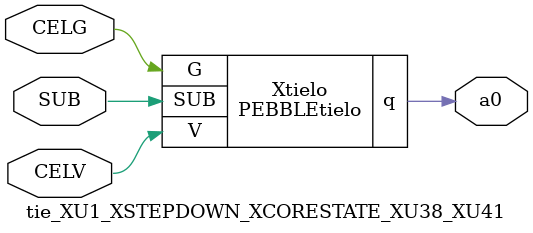
<source format=v>



module PEBBLEtielo ( q, G, SUB, V );

  input V;
  output q;
  input G;
  input SUB;
endmodule

//Celera Confidential Do Not Copy tie_XU1_XSTEPDOWN_XCORESTATE_XU38_XU41
//Celera Confidential Symbol Generator
//TIE
module tie_XU1_XSTEPDOWN_XCORESTATE_XU38_XU41 (CELV,CELG,a0,SUB);
input CELV;
input CELG;
output a0;
input SUB;

//Celera Confidential Do Not Copy tie
PEBBLEtielo Xtielo(
.V (CELV),
.q (a0),
.SUB (SUB),
.G (CELG)
);
//,diesize,PEBBLEtielo

//Celera Confidential Do Not Copy Module End
//Celera Schematic Generator
endmodule

</source>
